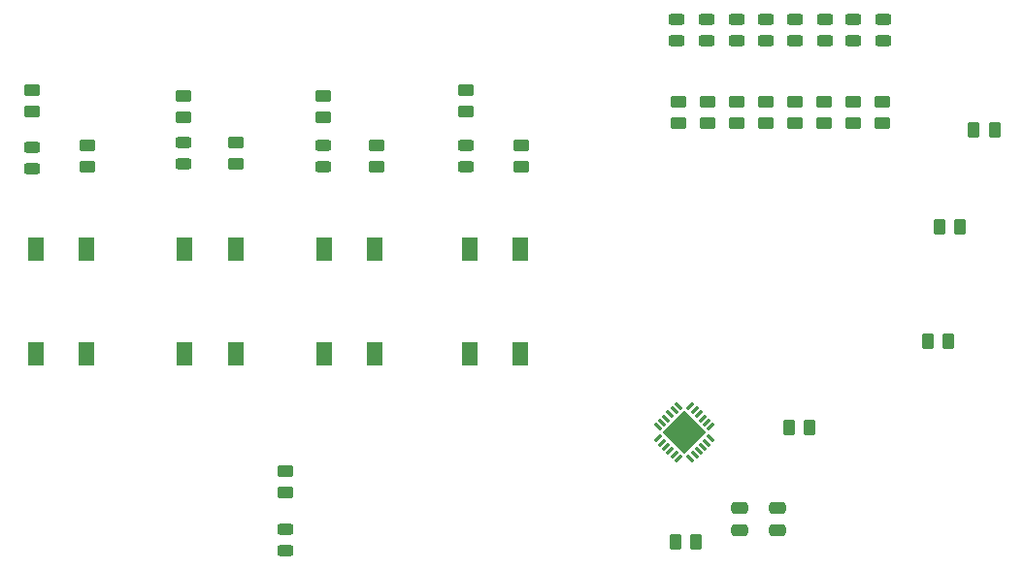
<source format=gbr>
%TF.GenerationSoftware,KiCad,Pcbnew,(6.0.2)*%
%TF.CreationDate,2022-02-21T15:22:36+01:00*%
%TF.ProjectId,220217_GPIOExpanderAW9523,32323032-3137-45f4-9750-494f45787061,v01*%
%TF.SameCoordinates,Original*%
%TF.FileFunction,Paste,Top*%
%TF.FilePolarity,Positive*%
%FSLAX46Y46*%
G04 Gerber Fmt 4.6, Leading zero omitted, Abs format (unit mm)*
G04 Created by KiCad (PCBNEW (6.0.2)) date 2022-02-21 15:22:36*
%MOMM*%
%LPD*%
G01*
G04 APERTURE LIST*
G04 Aperture macros list*
%AMRoundRect*
0 Rectangle with rounded corners*
0 $1 Rounding radius*
0 $2 $3 $4 $5 $6 $7 $8 $9 X,Y pos of 4 corners*
0 Add a 4 corners polygon primitive as box body*
4,1,4,$2,$3,$4,$5,$6,$7,$8,$9,$2,$3,0*
0 Add four circle primitives for the rounded corners*
1,1,$1+$1,$2,$3*
1,1,$1+$1,$4,$5*
1,1,$1+$1,$6,$7*
1,1,$1+$1,$8,$9*
0 Add four rect primitives between the rounded corners*
20,1,$1+$1,$2,$3,$4,$5,0*
20,1,$1+$1,$4,$5,$6,$7,0*
20,1,$1+$1,$6,$7,$8,$9,0*
20,1,$1+$1,$8,$9,$2,$3,0*%
%AMRotRect*
0 Rectangle, with rotation*
0 The origin of the aperture is its center*
0 $1 length*
0 $2 width*
0 $3 Rotation angle, in degrees counterclockwise*
0 Add horizontal line*
21,1,$1,$2,0,0,$3*%
G04 Aperture macros list end*
%ADD10R,1.400000X2.100000*%
%ADD11RoundRect,0.250000X0.450000X-0.262500X0.450000X0.262500X-0.450000X0.262500X-0.450000X-0.262500X0*%
%ADD12RoundRect,0.243750X0.456250X-0.243750X0.456250X0.243750X-0.456250X0.243750X-0.456250X-0.243750X0*%
%ADD13RoundRect,0.250000X-0.450000X0.262500X-0.450000X-0.262500X0.450000X-0.262500X0.450000X0.262500X0*%
%ADD14RoundRect,0.250000X0.262500X0.450000X-0.262500X0.450000X-0.262500X-0.450000X0.262500X-0.450000X0*%
%ADD15RoundRect,0.243750X-0.456250X0.243750X-0.456250X-0.243750X0.456250X-0.243750X0.456250X0.243750X0*%
%ADD16RoundRect,0.250000X-0.475000X0.250000X-0.475000X-0.250000X0.475000X-0.250000X0.475000X0.250000X0*%
%ADD17RoundRect,0.250000X-0.262500X-0.450000X0.262500X-0.450000X0.262500X0.450000X-0.262500X0.450000X0*%
%ADD18RotRect,0.300000X0.800000X315.000000*%
%ADD19RotRect,0.300000X0.800000X225.000000*%
%ADD20RotRect,2.750000X2.750000X225.000000*%
G04 APERTURE END LIST*
D10*
%TO.C,SW4*%
X151690000Y-105070000D03*
X151690000Y-95970000D03*
X147230000Y-105070000D03*
X147230000Y-95970000D03*
%TD*%
D11*
%TO.C,R17*%
X170542000Y-84922500D03*
X170542000Y-83097500D03*
%TD*%
D12*
%TO.C,D3*%
X122282000Y-88503500D03*
X122282000Y-86628500D03*
%TD*%
D13*
%TO.C,R14*%
X146920000Y-82087500D03*
X146920000Y-83912500D03*
%TD*%
D10*
%TO.C,SW1*%
X113830000Y-105050000D03*
X113830000Y-95950000D03*
X109370000Y-105050000D03*
X109370000Y-95950000D03*
%TD*%
%TO.C,SW3*%
X138990000Y-105070000D03*
X138990000Y-95970000D03*
X134530000Y-105070000D03*
X134530000Y-95970000D03*
%TD*%
D14*
%TO.C,R6*%
X190012500Y-94000000D03*
X188187500Y-94000000D03*
%TD*%
D15*
%TO.C,D7*%
X167900000Y-75862500D03*
X167900000Y-77737500D03*
%TD*%
D13*
%TO.C,R5*%
X122282000Y-82589500D03*
X122282000Y-84414500D03*
%TD*%
D11*
%TO.C,R22*%
X183242000Y-84922500D03*
X183242000Y-83097500D03*
%TD*%
D13*
%TO.C,R13*%
X151746000Y-86907500D03*
X151746000Y-88732500D03*
%TD*%
D15*
%TO.C,D11*%
X178200000Y-75862500D03*
X178200000Y-77737500D03*
%TD*%
D16*
%TO.C,C1*%
X170798000Y-118550000D03*
X170798000Y-120450000D03*
%TD*%
D15*
%TO.C,D12*%
X180700000Y-75862500D03*
X180700000Y-77737500D03*
%TD*%
D14*
%TO.C,R7*%
X193012500Y-85500000D03*
X191187500Y-85500000D03*
%TD*%
D12*
%TO.C,D2*%
X109100000Y-88937500D03*
X109100000Y-87062500D03*
%TD*%
D17*
%TO.C,R10*%
X175100000Y-111500000D03*
X176925000Y-111500000D03*
%TD*%
D12*
%TO.C,D5*%
X146920000Y-88757500D03*
X146920000Y-86882500D03*
%TD*%
D15*
%TO.C,D8*%
X170500000Y-75862500D03*
X170500000Y-77737500D03*
%TD*%
D12*
%TO.C,D4*%
X134474000Y-88757500D03*
X134474000Y-86882500D03*
%TD*%
D10*
%TO.C,SW2*%
X126830000Y-105070000D03*
X126830000Y-95970000D03*
X122370000Y-105070000D03*
X122370000Y-95970000D03*
%TD*%
D13*
%TO.C,R9*%
X134474000Y-82589500D03*
X134474000Y-84414500D03*
%TD*%
D12*
%TO.C,D1*%
X131172000Y-122285500D03*
X131172000Y-120410500D03*
%TD*%
D11*
%TO.C,R21*%
X180702000Y-84922500D03*
X180702000Y-83097500D03*
%TD*%
%TO.C,R18*%
X173082000Y-84922500D03*
X173082000Y-83097500D03*
%TD*%
%TO.C,R20*%
X178162000Y-84922500D03*
X178162000Y-83097500D03*
%TD*%
D13*
%TO.C,R8*%
X139100000Y-86907500D03*
X139100000Y-88732500D03*
%TD*%
%TO.C,R2*%
X113900000Y-86907500D03*
X113900000Y-88732500D03*
%TD*%
D14*
%TO.C,R12*%
X189012500Y-104000000D03*
X187187500Y-104000000D03*
%TD*%
D13*
%TO.C,R1*%
X131172000Y-115355500D03*
X131172000Y-117180500D03*
%TD*%
D16*
%TO.C,C2*%
X174100000Y-118550000D03*
X174100000Y-120450000D03*
%TD*%
D11*
%TO.C,R16*%
X168002000Y-84922500D03*
X168002000Y-83097500D03*
%TD*%
D15*
%TO.C,D10*%
X175600000Y-75862500D03*
X175600000Y-77737500D03*
%TD*%
D17*
%TO.C,R11*%
X165187500Y-121500000D03*
X167012500Y-121500000D03*
%TD*%
D11*
%TO.C,R19*%
X175622000Y-84922500D03*
X175622000Y-83097500D03*
%TD*%
D15*
%TO.C,D13*%
X183300000Y-75862500D03*
X183300000Y-77737500D03*
%TD*%
D11*
%TO.C,R15*%
X165462000Y-84922500D03*
X165462000Y-83097500D03*
%TD*%
D15*
%TO.C,D6*%
X165300000Y-75862500D03*
X165300000Y-77737500D03*
%TD*%
D13*
%TO.C,R3*%
X109100000Y-82087500D03*
X109100000Y-83912500D03*
%TD*%
%TO.C,R4*%
X126854000Y-86653500D03*
X126854000Y-88478500D03*
%TD*%
D18*
%TO.C,IC1*%
X168268097Y-111419670D03*
X167914544Y-111066117D03*
X167560990Y-110712563D03*
X167207437Y-110359010D03*
X166853883Y-110005456D03*
X166500330Y-109651903D03*
D19*
X165439670Y-109651903D03*
X165086117Y-110005456D03*
X164732563Y-110359010D03*
X164379010Y-110712563D03*
X164025456Y-111066117D03*
X163671903Y-111419670D03*
D18*
X163671903Y-112480330D03*
X164025456Y-112833883D03*
X164379010Y-113187437D03*
X164732563Y-113540990D03*
X165086117Y-113894544D03*
X165439670Y-114248097D03*
D19*
X166500330Y-114248097D03*
X166853883Y-113894544D03*
X167207437Y-113540990D03*
X167560990Y-113187437D03*
X167914544Y-112833883D03*
X168268097Y-112480330D03*
D20*
X165970000Y-111950000D03*
%TD*%
D15*
%TO.C,D9*%
X173100000Y-75862500D03*
X173100000Y-77737500D03*
%TD*%
M02*

</source>
